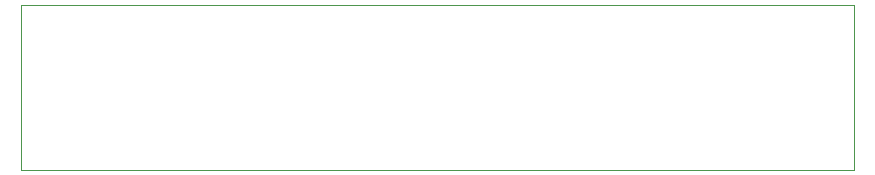
<source format=gbr>
%TF.GenerationSoftware,KiCad,Pcbnew,9.0.2*%
%TF.CreationDate,2025-06-11T08:11:14-04:00*%
%TF.ProjectId,DarkQuest_A5202_Adapter,4461726b-5175-4657-9374-5f4135323032,1*%
%TF.SameCoordinates,Original*%
%TF.FileFunction,Other,User*%
%FSLAX46Y46*%
G04 Gerber Fmt 4.6, Leading zero omitted, Abs format (unit mm)*
G04 Created by KiCad (PCBNEW 9.0.2) date 2025-06-11 08:11:14*
%MOMM*%
%LPD*%
G01*
G04 APERTURE LIST*
%ADD10C,0.100000*%
G04 APERTURE END LIST*
D10*
X68500000Y-77500000D02*
X139000000Y-77500000D01*
X139000000Y-91500000D01*
X68500000Y-91500000D01*
X68500000Y-77500000D01*
M02*

</source>
